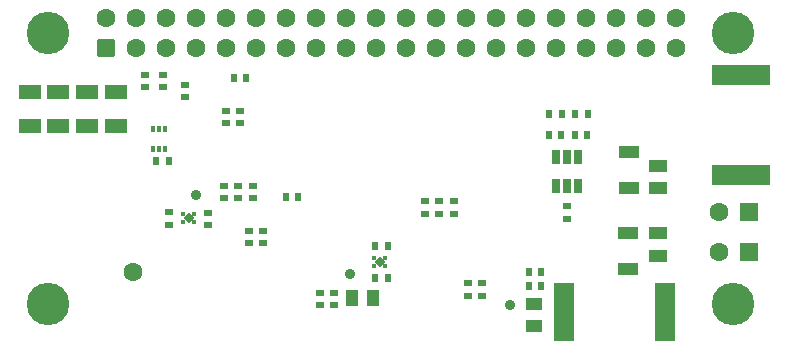
<source format=gbs>
G04*
G04 #@! TF.GenerationSoftware,Altium Limited,Altium Designer,21.2.2 (38)*
G04*
G04 Layer_Color=16711935*
%FSLAX44Y44*%
%MOMM*%
G71*
G04*
G04 #@! TF.SameCoordinates,E197076A-8C22-4D41-9B62-958370782F32*
G04*
G04*
G04 #@! TF.FilePolarity,Negative*
G04*
G01*
G75*
%ADD41R,0.7000X0.6000*%
%ADD47R,1.3500X1.0000*%
%ADD48R,1.0000X1.3500*%
%ADD60R,0.6000X0.7000*%
%ADD62C,0.9016*%
%ADD66R,1.7000X5.0000*%
%ADD67R,5.0000X1.7000*%
%ADD69C,1.6000*%
%ADD70R,1.6000X1.6000*%
G04:AMPARAMS|DCode=71|XSize=1.6mm|YSize=1.6mm|CornerRadius=0.275mm|HoleSize=0mm|Usage=FLASHONLY|Rotation=0.000|XOffset=0mm|YOffset=0mm|HoleType=Round|Shape=RoundedRectangle|*
%AMROUNDEDRECTD71*
21,1,1.6000,1.0500,0,0,0.0*
21,1,1.0500,1.6000,0,0,0.0*
1,1,0.5500,0.5250,-0.5250*
1,1,0.5500,-0.5250,-0.5250*
1,1,0.5500,-0.5250,0.5250*
1,1,0.5500,0.5250,0.5250*
%
%ADD71ROUNDEDRECTD71*%
%ADD72C,3.6000*%
%ADD97R,1.4970X1.1160*%
%ADD98R,0.4000X0.3700*%
%ADD99P,0.8910X4X180.0*%
%ADD100R,0.7000X1.3000*%
%ADD101R,1.7510X1.1160*%
%ADD102R,0.4000X0.5750*%
%ADD103R,1.9016X1.2516*%
D41*
X151001Y210251D02*
D03*
Y220750D02*
D03*
X366499Y122249D02*
D03*
Y111750D02*
D03*
X353999Y122249D02*
D03*
Y111750D02*
D03*
X217501Y86751D02*
D03*
Y97250D02*
D03*
X205001Y86751D02*
D03*
Y97250D02*
D03*
X402499Y52749D02*
D03*
Y42250D02*
D03*
X390499Y52749D02*
D03*
Y42250D02*
D03*
X277501Y34251D02*
D03*
Y44750D02*
D03*
X265501Y34251D02*
D03*
Y44750D02*
D03*
X474501Y107251D02*
D03*
Y117750D02*
D03*
X170500Y102000D02*
D03*
Y112500D02*
D03*
X137501Y102251D02*
D03*
Y112750D02*
D03*
X208499Y135249D02*
D03*
Y124750D02*
D03*
X186001Y188251D02*
D03*
Y198750D02*
D03*
X198001Y188251D02*
D03*
Y198750D02*
D03*
X196499Y135249D02*
D03*
Y124750D02*
D03*
X184499Y135249D02*
D03*
Y124750D02*
D03*
X378999Y111750D02*
D03*
Y122249D02*
D03*
X133001Y229250D02*
D03*
Y218751D02*
D03*
X117000Y229000D02*
D03*
Y218500D02*
D03*
D47*
X446750Y34750D02*
D03*
Y16750D02*
D03*
D48*
X310500Y40500D02*
D03*
X292500D02*
D03*
D60*
X452749Y62001D02*
D03*
X442250D02*
D03*
X452749Y50001D02*
D03*
X442250D02*
D03*
X126751Y155999D02*
D03*
X137250D02*
D03*
X322749Y57001D02*
D03*
X312250D02*
D03*
X312251Y83999D02*
D03*
X322750D02*
D03*
X192751Y226499D02*
D03*
X203250D02*
D03*
X481750Y196001D02*
D03*
X492249D02*
D03*
X470250Y195999D02*
D03*
X459751D02*
D03*
X469500Y178500D02*
D03*
X459000D02*
D03*
X480999Y178501D02*
D03*
X491499D02*
D03*
X236750Y125501D02*
D03*
X247249D02*
D03*
D62*
X160500Y127500D02*
D03*
X426500Y34500D02*
D03*
X291000Y60500D02*
D03*
D66*
X557500Y28250D02*
D03*
X472500D02*
D03*
D67*
X621750Y144000D02*
D03*
Y229000D02*
D03*
D69*
X603600Y113000D02*
D03*
Y79500D02*
D03*
X414350Y277650D02*
D03*
X439750D02*
D03*
X465150D02*
D03*
X490550D02*
D03*
X566750D02*
D03*
X541350D02*
D03*
X515950D02*
D03*
Y252250D02*
D03*
X541350D02*
D03*
X566750D02*
D03*
X490550D02*
D03*
X465150D02*
D03*
X439750D02*
D03*
X414350D02*
D03*
X211150D02*
D03*
X109550D02*
D03*
X236550D02*
D03*
X134950D02*
D03*
X261950D02*
D03*
X160350D02*
D03*
X287350D02*
D03*
X185750D02*
D03*
X312750D02*
D03*
X388950D02*
D03*
X363550D02*
D03*
X338150D02*
D03*
Y277650D02*
D03*
X363550D02*
D03*
X388950D02*
D03*
X312750D02*
D03*
X185750D02*
D03*
X287350D02*
D03*
X160350D02*
D03*
X261950D02*
D03*
X134950D02*
D03*
X236550D02*
D03*
X109550D02*
D03*
X211150D02*
D03*
X84150D02*
D03*
X107500Y62500D02*
D03*
D70*
X629000Y113000D02*
D03*
Y79500D02*
D03*
D71*
X84150Y252250D02*
D03*
D72*
X615000Y265000D02*
D03*
Y35000D02*
D03*
X35000Y265000D02*
D03*
Y35000D02*
D03*
D97*
X552000Y133000D02*
D03*
Y152050D02*
D03*
X551500Y75950D02*
D03*
Y95000D02*
D03*
D98*
X149500Y111000D02*
D03*
X149500Y104500D02*
D03*
X159000D02*
D03*
Y111000D02*
D03*
X311264Y67214D02*
D03*
Y73714D02*
D03*
X320764D02*
D03*
X320764Y67214D02*
D03*
D99*
X154250Y107750D02*
D03*
X316014Y70464D02*
D03*
D100*
X465000Y160000D02*
D03*
X474500D02*
D03*
X484000D02*
D03*
Y135000D02*
D03*
X474500D02*
D03*
X465000D02*
D03*
D101*
X527000Y163480D02*
D03*
Y133000D02*
D03*
X526500Y95480D02*
D03*
Y65000D02*
D03*
D102*
X124000Y183380D02*
D03*
X129000D02*
D03*
X134000D02*
D03*
Y166620D02*
D03*
X129000D02*
D03*
X124000D02*
D03*
D103*
X20000Y185500D02*
D03*
Y214500D02*
D03*
X93000Y185500D02*
D03*
Y214500D02*
D03*
X68000D02*
D03*
Y185500D02*
D03*
X44000D02*
D03*
Y214500D02*
D03*
M02*

</source>
